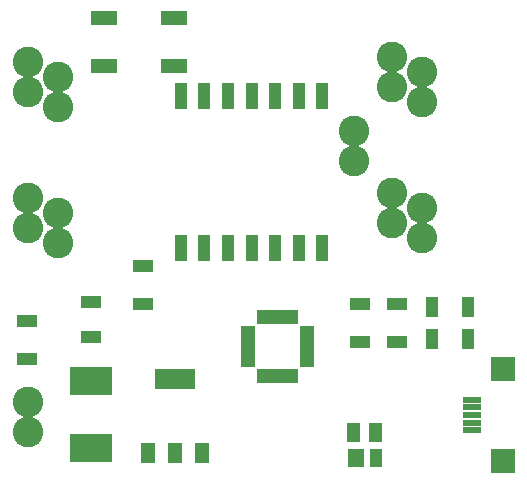
<source format=gts>
%FSLAX34Y34*%
%MOMM*%
%LNSOLDERMASK_TOP*%
G71*
G01*
%ADD10R, 1.55X0.60*%
%ADD11R, 2.10X2.10*%
%ADD12C, 2.60*%
%ADD13R, 1.10X2.20*%
%ADD14R, 1.20X0.50*%
%ADD15R, 0.50X1.20*%
%ADD16R, 1.07X1.80*%
%ADD17R, 1.80X1.10*%
%ADD18R, 1.40X1.60*%
%ADD19R, 1.10X1.60*%
%ADD20R, 3.63X2.42*%
%ADD21R, 1.20X1.70*%
%ADD22R, 3.50X1.70*%
%ADD23R, 1.80X1.07*%
%ADD24R, 2.20X1.20*%
%LPD*%
X460000Y143200D02*
G54D10*
D03*
X460000Y149700D02*
G54D10*
D03*
X460000Y156200D02*
G54D10*
D03*
X460000Y162700D02*
G54D10*
D03*
X460000Y169200D02*
G54D10*
D03*
X485500Y117200D02*
G54D11*
D03*
X485500Y195200D02*
G54D11*
D03*
X84000Y455000D02*
G54D12*
D03*
X84000Y429600D02*
G54D12*
D03*
X109400Y442300D02*
G54D12*
D03*
X109400Y416900D02*
G54D12*
D03*
X84000Y340000D02*
G54D12*
D03*
X84000Y314600D02*
G54D12*
D03*
X109400Y327300D02*
G54D12*
D03*
X109400Y301900D02*
G54D12*
D03*
X417600Y306000D02*
G54D12*
D03*
X417600Y331400D02*
G54D12*
D03*
X392200Y318700D02*
G54D12*
D03*
X392200Y344100D02*
G54D12*
D03*
X417600Y421000D02*
G54D12*
D03*
X417600Y446400D02*
G54D12*
D03*
X392200Y433700D02*
G54D12*
D03*
X392200Y459100D02*
G54D12*
D03*
X213000Y297500D02*
G54D13*
D03*
X213000Y426500D02*
G54D13*
D03*
X233000Y297500D02*
G54D13*
D03*
X233000Y426500D02*
G54D13*
D03*
X253000Y297500D02*
G54D13*
D03*
X253000Y426500D02*
G54D13*
D03*
X273000Y297500D02*
G54D13*
D03*
X273000Y426500D02*
G54D13*
D03*
X293000Y297500D02*
G54D13*
D03*
X293000Y426500D02*
G54D13*
D03*
X313000Y297500D02*
G54D13*
D03*
X313000Y426500D02*
G54D13*
D03*
X333000Y297500D02*
G54D13*
D03*
X333000Y426500D02*
G54D13*
D03*
X319709Y199242D02*
G54D14*
D03*
X269709Y199242D02*
G54D14*
D03*
X319708Y204242D02*
G54D14*
D03*
X269709Y204242D02*
G54D14*
D03*
X319708Y209242D02*
G54D14*
D03*
X269709Y209242D02*
G54D14*
D03*
X319709Y214242D02*
G54D14*
D03*
X269709Y214242D02*
G54D14*
D03*
X319709Y219242D02*
G54D14*
D03*
X269709Y219242D02*
G54D14*
D03*
X319708Y224242D02*
G54D14*
D03*
X269709Y224242D02*
G54D14*
D03*
X319709Y229242D02*
G54D14*
D03*
X269708Y229242D02*
G54D14*
D03*
X309708Y189242D02*
G54D15*
D03*
G36*
X307208Y245242D02*
X312208Y245242D01*
X312209Y233242D01*
X307209Y233242D01*
X307208Y245242D01*
G37*
X304709Y189242D02*
G54D15*
D03*
X304708Y239242D02*
G54D15*
D03*
X299708Y189242D02*
G54D15*
D03*
G36*
X297208Y245242D02*
X302208Y245242D01*
X302209Y233242D01*
X297209Y233242D01*
X297208Y245242D01*
G37*
X294709Y189242D02*
G54D15*
D03*
X294709Y239242D02*
G54D15*
D03*
X289710Y189240D02*
G54D15*
D03*
X289708Y239242D02*
G54D15*
D03*
X284708Y189242D02*
G54D15*
D03*
X284708Y239242D02*
G54D15*
D03*
X279708Y189242D02*
G54D15*
D03*
X279708Y239242D02*
G54D15*
D03*
X456100Y247855D02*
G54D16*
D03*
X425705Y247850D02*
G54D16*
D03*
X456400Y220155D02*
G54D16*
D03*
X426005Y220150D02*
G54D16*
D03*
X181000Y282000D02*
G54D17*
D03*
X181000Y250000D02*
G54D17*
D03*
X396000Y250000D02*
G54D17*
D03*
X396000Y218000D02*
G54D17*
D03*
X365000Y250000D02*
G54D17*
D03*
X365000Y218000D02*
G54D17*
D03*
X361300Y119400D02*
G54D18*
D03*
G36*
X353800Y149400D02*
X364800Y149400D01*
X364800Y133400D01*
X353800Y133400D01*
X353800Y149400D01*
G37*
X378300Y119400D02*
G54D19*
D03*
G36*
X372800Y149400D02*
X383800Y149400D01*
X383800Y133400D01*
X372800Y133400D01*
X372800Y149400D01*
G37*
X136694Y184872D02*
G54D20*
D03*
X136690Y127868D02*
G54D20*
D03*
X185310Y124056D02*
G54D21*
D03*
X208310Y124056D02*
G54D21*
D03*
G36*
X225310Y132556D02*
X237310Y132556D01*
X237310Y115556D01*
X225310Y115556D01*
X225310Y132556D01*
G37*
X208310Y187056D02*
G54D22*
D03*
X137389Y252272D02*
G54D23*
D03*
X137394Y221877D02*
G54D23*
D03*
X83610Y141390D02*
G54D12*
D03*
X83614Y166786D02*
G54D12*
D03*
X83000Y236000D02*
G54D17*
D03*
X83000Y204000D02*
G54D17*
D03*
X359700Y396700D02*
G54D12*
D03*
X359700Y371300D02*
G54D12*
D03*
X147700Y491900D02*
G54D24*
D03*
X207700Y491900D02*
G54D24*
D03*
X147700Y451900D02*
G54D24*
D03*
X207700Y451900D02*
G54D24*
D03*
M02*

</source>
